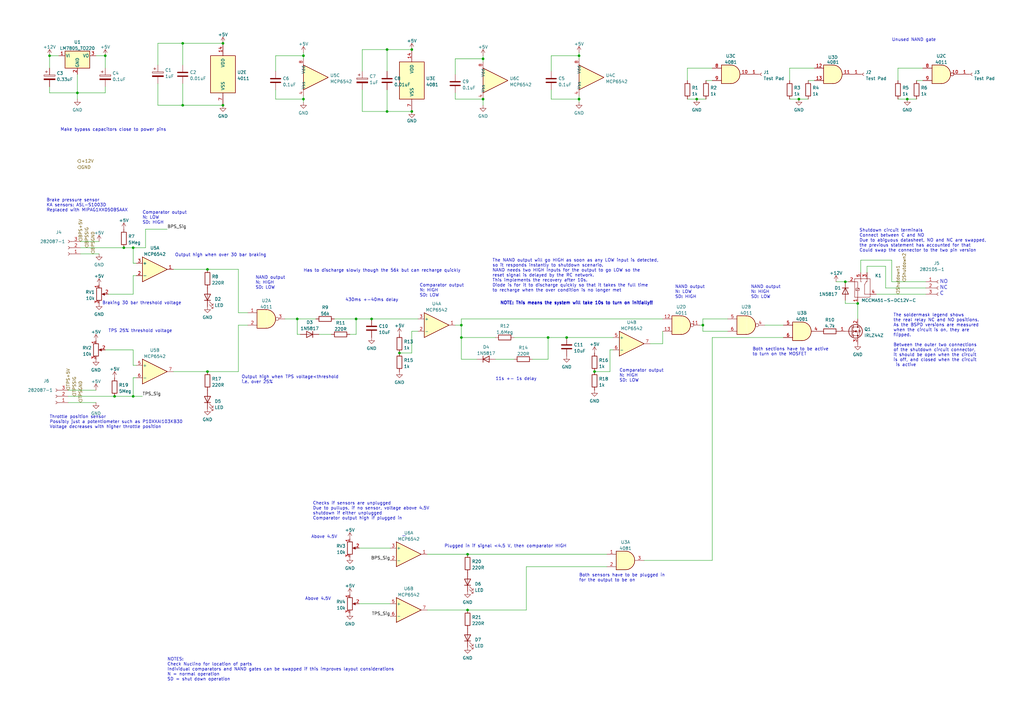
<source format=kicad_sch>
(kicad_sch (version 20211123) (generator eeschema)
  (paper "A3")
  (lib_symbols
    (symbol "4xxx:4011" (pin_names (offset 1.016))
      (property "Reference" "U" (at 0 1.27 0))
      (property "Value" "4011" (at 0 -1.27 0))
      (symbol "4011_1_1"
        (pin input line (at -7.62 2.54 0) (length 3.81) (name "~") (number "1"))
        (pin input line (at -7.62 -2.54 0) (length 3.81) (name "~") (number "2"))
        (pin output inverted (at 7.62 0 180) (length 3.81) (name "~") (number "3"))
      )
      (symbol "4011_1_2"
        (pin input inverted (at -7.62 2.54 0) (length 4.318) (name "~") (number "1"))
        (pin input inverted (at -7.62 -2.54 0) (length 4.318) (name "~") (number "2"))
        (pin output line (at 7.62 0 180) (length 3.81) (name "~") (number "3"))
      )
      (symbol "4011_2_1"
        (pin output inverted (at 7.62 0 180) (length 3.81) (name "~") (number "4"))
        (pin input line (at -7.62 2.54 0) (length 3.81) (name "~") (number "5"))
        (pin input line (at -7.62 -2.54 0) (length 3.81) (name "~") (number "6"))
      )
      (symbol "4011_2_2"
        (pin output line (at 7.62 0 180) (length 3.81) (name "~") (number "4"))
        (pin input inverted (at -7.62 2.54 0) (length 4.318) (name "~") (number "5"))
        (pin input inverted (at -7.62 -2.54 0) (length 4.318) (name "~") (number "6"))
      )
      (symbol "4011_3_1"
        (pin output inverted (at 7.62 0 180) (length 3.81) (name "~") (number "10"))
        (pin input line (at -7.62 2.54 0) (length 3.81) (name "~") (number "8"))
        (pin input line (at -7.62 -2.54 0) (length 3.81) (name "~") (number "9"))
      )
      (symbol "4011_3_2"
        (pin output line (at 7.62 0 180) (length 3.81) (name "~") (number "10"))
        (pin input inverted (at -7.62 2.54 0) (length 4.318) (name "~") (number "8"))
        (pin input inverted (at -7.62 -2.54 0) (length 4.318) (name "~") (number "9"))
      )
      (symbol "4011_4_1"
        (pin output inverted (at 7.62 0 180) (length 3.81) (name "~") (number "11"))
        (pin input line (at -7.62 2.54 0) (length 3.81) (name "~") (number "12"))
        (pin input line (at -7.62 -2.54 0) (length 3.81) (name "~") (number "13"))
      )
      (symbol "4011_4_2"
        (pin output line (at 7.62 0 180) (length 3.81) (name "~") (number "11"))
        (pin input inverted (at -7.62 2.54 0) (length 4.318) (name "~") (number "12"))
        (pin input inverted (at -7.62 -2.54 0) (length 4.318) (name "~") (number "13"))
      )
      (symbol "4011_5_0"
        (pin power_in line (at 0 12.7 270) (length 5.08) (name "VDD") (number "14"))
        (pin power_in line (at 0 -12.7 90) (length 5.08) (name "VSS") (number "7"))
      )
    )
    (symbol "4xxx:4081" (pin_names (offset 1.016))
      (property "Reference" "U" (at 0 1.27 0))
      (property "Value" "4081" (at 0 -1.27 0))
      (symbol "4081_1_1"
        (pin input line (at -7.62 2.54 0) (length 3.81) (name "~") (number "1"))
        (pin input line (at -7.62 -2.54 0) (length 3.81) (name "~") (number "2"))
        (pin output line (at 7.62 0 180) (length 3.81) (name "~") (number "3"))
      )
      (symbol "4081_1_2"
        (pin input inverted (at -7.62 2.54 0) (length 4.318) (name "~") (number "1"))
        (pin input inverted (at -7.62 -2.54 0) (length 4.318) (name "~") (number "2"))
        (pin output inverted (at 7.62 0 180) (length 3.81) (name "~") (number "3"))
      )
      (symbol "4081_2_1"
        (pin output line (at 7.62 0 180) (length 3.81) (name "~") (number "4"))
        (pin input line (at -7.62 2.54 0) (length 3.81) (name "~") (number "5"))
        (pin input line (at -7.62 -2.54 0) (length 3.81) (name "~") (number "6"))
      )
      (symbol "4081_2_2"
        (pin output inverted (at 7.62 0 180) (length 3.81) (name "~") (number "4"))
        (pin input inverted (at -7.62 2.54 0) (length 4.318) (name "~") (number "5"))
        (pin input inverted (at -7.62 -2.54 0) (length 4.318) (name "~") (number "6"))
      )
      (symbol "4081_3_1"
        (pin output line (at 7.62 0 180) (length 3.81) (name "~") (number "10"))
        (pin input line (at -7.62 2.54 0) (length 3.81) (name "~") (number "8"))
        (pin input line (at -7.62 -2.54 0) (length 3.81) (name "~") (number "9"))
      )
      (symbol "4081_3_2"
        (pin output inverted (at 7.62 0 180) (length 3.81) (name "~") (number "10"))
        (pin input inverted (at -7.62 2.54 0) (length 4.318) (name "~") (number "8"))
        (pin input inverted (at -7.62 -2.54 0) (length 4.318) (name "~") (number "9"))
      )
      (symbol "4081_4_1"
        (pin output line (at 7.62 0 180) (length 3.81) (name "~") (number "11"))
        (pin input line (at -7.62 2.54 0) (length 3.81) (name "~") (number "12"))
        (pin input line (at -7.62 -2.54 0) (length 3.81) (name "~") (number "13"))
      )
      (symbol "4081_4_2"
        (pin output inverted (at 7.62 0 180) (length 3.81) (name "~") (number "11"))
        (pin input inverted (at -7.62 2.54 0) (length 4.318) (name "~") (number "12"))
        (pin input inverted (at -7.62 -2.54 0) (length 4.318) (name "~") (number "13"))
      )
      (symbol "4081_5_0"
        (pin power_in line (at 0 12.7 270) (length 5.08) (name "VDD") (number "14"))
        (pin power_in line (at 0 -12.7 90) (length 5.08) (name "VSS") (number "7"))
      )
    )
    (symbol "Additional_Components:MCP6542" (pin_names (offset 0.127))
      (property "Reference" "U" (at 0 5.08 0))
      (property "Value" "MCP6542" (at 0 -5.08 0))
      (symbol "MCP6542_1_1"
        (pin output line (at 7.62 0 180) (length 2.54) (name "~") (number "1"))
        (pin input line (at -7.62 -2.54 0) (length 2.54) (name "-") (number "2"))
        (pin input line (at -7.62 2.54 0) (length 2.54) (name "+") (number "3"))
      )
      (symbol "MCP6542_2_1"
        (pin input line (at -7.62 2.54 0) (length 2.54) (name "+") (number "5"))
        (pin input line (at -7.62 -2.54 0) (length 2.54) (name "-") (number "6"))
        (pin output line (at 7.62 0 180) (length 2.54) (name "~") (number "7"))
      )
      (symbol "MCP6542_3_1"
        (pin power_in line (at -5.08 -7.62 90) (length 2.54) (name "Vss") (number "4"))
        (pin power_in line (at -5.08 7.62 270) (length 2.54) (name "Vdd") (number "8"))
      )
    )
    (symbol "Additional_Components:Relay" (pin_names (offset 1.016))
      (property "Reference" "K" (at -2.54 5.08 0))
      (property "Value" "Relay" (at 1.27 -3.81 0))
      (symbol "Relay_1_1"
        (pin bidirectional line (at 6.35 -1.27 180) (length 2.54) (name "~") (number "1"))
        (pin bidirectional line (at -2.54 -5.08 90) (length 2.54) (name "~") (number "2"))
        (pin bidirectional line (at -6.35 2.54 0) (length 2.54) (name "~") (number "3"))
        (pin bidirectional line (at 2.54 6.35 270) (length 2.54) (name "~") (number "4"))
        (pin bidirectional line (at -6.35 0 0) (length 2.54) (name "~") (number "5"))
      )
    )
    (symbol "Connector:Conn_01x01_Female" (pin_names (offset 1.016) hide)
      (property "Reference" "J" (at 0 2.54 0))
      (property "Value" "Conn_01x01_Female" (at 0 -2.54 0))
      (symbol "Conn_01x01_Female_1_1"
        (pin passive line (at -5.08 0 0) (length 3.81) (name "Pin_1") (number "1"))
      )
    )
    (symbol "Connector:Conn_01x03_Female" (pin_names (offset 1.016) hide)
      (property "Reference" "J" (at 0 5.08 0))
      (property "Value" "Conn_01x03_Female" (at 0 -5.08 0))
      (symbol "Conn_01x03_Female_1_1"
        (pin passive line (at -5.08 2.54 0) (length 3.81) (name "Pin_1") (number "1"))
        (pin passive line (at -5.08 0 0) (length 3.81) (name "Pin_2") (number "2"))
        (pin passive line (at -5.08 -2.54 0) (length 3.81) (name "Pin_3") (number "3"))
      )
    )
    (symbol "Device:C" (pin_numbers hide) (pin_names (offset 0.254))
      (property "Reference" "C" (at 0.635 2.54 0))
      (property "Value" "C" (at 0.635 -2.54 0))
      (symbol "C_1_1"
        (pin passive line (at 0 3.81 270) (length 2.794) (name "~") (number "1"))
        (pin passive line (at 0 -3.81 90) (length 2.794) (name "~") (number "2"))
      )
    )
    (symbol "Device:C_Polarized" (pin_numbers hide) (pin_names (offset 0.254))
      (property "Reference" "C" (at 0.635 2.54 0))
      (property "Value" "C_Polarized" (at 0.635 -2.54 0))
      (symbol "C_Polarized_1_1"
        (pin passive line (at 0 3.81 270) (length 2.794) (name "~") (number "1"))
        (pin passive line (at 0 -3.81 90) (length 2.794) (name "~") (number "2"))
      )
    )
    (symbol "Device:LED" (pin_numbers hide) (pin_names (offset 1.016) hide)
      (property "Reference" "D" (at 0 2.54 0))
      (property "Value" "LED" (at 0 -2.54 0))
      (symbol "LED_1_1"
        (pin passive line (at -3.81 0 0) (length 2.54) (name "K") (number "1"))
        (pin passive line (at 3.81 0 180) (length 2.54) (name "A") (number "2"))
      )
    )
    (symbol "Device:R" (pin_numbers hide) (pin_names (offset 0))
      (property "Reference" "R" (at 2.032 0 90))
      (property "Value" "R" (at 0 0 90))
      (symbol "R_1_1"
        (pin passive line (at 0 3.81 270) (length 1.27) (name "~") (number "1"))
        (pin passive line (at 0 -3.81 90) (length 1.27) (name "~") (number "2"))
      )
    )
    (symbol "Device:R_Potentiometer" (pin_names (offset 1.016) hide)
      (property "Reference" "RV" (at -4.445 0 90))
      (property "Value" "R_Potentiometer" (at -2.54 0 90))
      (symbol "R_Potentiometer_1_1"
        (pin passive line (at 0 3.81 270) (length 1.27) (name "1") (number "1"))
        (pin passive line (at 3.81 0 180) (length 1.27) (name "2") (number "2"))
        (pin passive line (at 0 -3.81 90) (length 1.27) (name "3") (number "3"))
      )
    )
    (symbol "Diode:1N4001" (pin_numbers hide) (pin_names (offset 1.016) hide)
      (property "Reference" "D" (at 0 2.54 0))
      (property "Value" "1N4001" (at 0 -2.54 0))
      (symbol "1N4001_1_1"
        (pin passive line (at -3.81 0 0) (length 2.54) (name "K") (number "1"))
        (pin passive line (at 3.81 0 180) (length 2.54) (name "A") (number "2"))
      )
    )
    (symbol "Regulator_Linear:LM7805_TO220" (pin_names (offset 0.254))
      (property "Reference" "U" (at -3.81 3.175 0))
      (property "Value" "LM7805_TO220" (at 0 3.175 0))
      (symbol "LM7805_TO220_1_1"
        (pin power_in line (at -7.62 0 0) (length 2.54) (name "VI") (number "1"))
        (pin power_in line (at 0 -7.62 90) (length 2.54) (name "GND") (number "2"))
        (pin power_out line (at 7.62 0 180) (length 2.54) (name "VO") (number "3"))
      )
    )
    (symbol "Transistor_FET:IRLZ44N" (pin_names hide)
      (property "Reference" "Q" (at 6.35 1.905 0))
      (property "Value" "IRLZ44N" (at 6.35 0 0))
      (symbol "IRLZ44N_1_1"
        (pin input line (at -5.08 0 0) (length 2.54) (name "G") (number "1"))
        (pin passive line (at 2.54 5.08 270) (length 2.54) (name "D") (number "2"))
        (pin passive line (at 2.54 -5.08 90) (length 2.54) (name "S") (number "3"))
      )
    )
    (symbol "power:+12V" (power) (pin_names (offset 0))
      (property "Value" "+12V" (at 0 3.556 0))
      (symbol "+12V_1_1"
        (pin power_in line (at 0 0 90) (length 0) hide (name "+12V") (number "1"))
      )
    )
    (symbol "power:+5V" (power) (pin_names (offset 0))
      (property "Value" "+5V" (at 0 3.556 0))
      (symbol "+5V_1_1"
        (pin power_in line (at 0 0 90) (length 0) hide (name "+5V") (number "1"))
      )
    )
    (symbol "power:GND" (power) (pin_names (offset 0))
      (property "Value" "GND" (at 0 -3.81 0))
      (symbol "GND_1_1"
        (pin power_in line (at 0 0 270) (length 0) hide (name "GND") (number "1"))
      )
    )
  )
  (junction (at 189.23 138.43))
  (junction (at 189.23 133.35))
  (junction (at 20.32 22.86))
  (junction (at 198.12 40.64))
  (junction (at 327.66 40.64))
  (junction (at 31.75 38.1))
  (junction (at 237.49 22.86))
  (junction (at 372.11 40.64))
  (junction (at 124.46 40.64))
  (junction (at 152.4 130.81))
  (junction (at 168.91 45.72))
  (junction (at 46.99 162.56))
  (junction (at 288.29 133.35))
  (junction (at 198.12 24.13))
  (junction (at 158.75 45.72))
  (junction (at 163.83 144.78))
  (junction (at 91.44 43.18))
  (junction (at 285.75 40.64))
  (junction (at 85.09 110.49))
  (junction (at 351.79 124.46))
  (junction (at 85.09 152.4))
  (junction (at 43.18 22.86))
  (junction (at 243.84 152.4))
  (junction (at 346.71 115.57))
  (junction (at 74.93 17.78))
  (junction (at 146.05 130.81))
  (junction (at 224.79 138.43))
  (junction (at 121.92 130.81))
  (junction (at 168.91 20.32))
  (junction (at 54.61 101.6))
  (junction (at 232.41 138.43))
  (junction (at 158.75 20.32))
  (junction (at 91.44 17.78))
  (junction (at 74.93 43.18))
  (junction (at 191.77 227.33))
  (junction (at 191.77 250.19))
  (junction (at 54.61 162.56))
  (junction (at 237.49 40.64))
  (junction (at 50.8 101.6))
  (junction (at 124.46 22.86))
  (wire (pts (xy 346.71 115.57) (xy 347.98 115.57)))
  (wire (pts (xy 148.59 36.83) (xy 148.59 45.72)))
  (wire (pts (xy 74.93 17.78) (xy 64.77 17.78)))
  (wire (pts (xy 146.05 130.81) (xy 146.05 137.16)))
  (wire (pts (xy 33.02 104.14) (xy 40.64 104.14)))
  (wire (pts (xy 54.61 149.86) (xy 55.88 149.86)))
  (wire (pts (xy 121.92 130.81) (xy 129.54 130.81)))
  (wire (pts (xy 198.12 22.86) (xy 198.12 24.13)))
  (wire (pts (xy 113.03 40.64) (xy 124.46 40.64)))
  (wire (pts (xy 33.02 99.06) (xy 40.64 99.06)))
  (wire (pts (xy 168.91 135.89) (xy 171.45 135.89)))
  (wire (pts (xy 91.44 17.78) (xy 74.93 17.78)))
  (wire (pts (xy 264.16 229.87) (xy 292.1 229.87)))
  (wire (pts (xy 124.46 22.86) (xy 124.46 24.13)))
  (wire (pts (xy 124.46 21.59) (xy 124.46 22.86)))
  (wire (pts (xy 20.32 38.1) (xy 31.75 38.1)))
  (wire (pts (xy 346.71 123.19) (xy 346.71 124.46)))
  (wire (pts (xy 147.32 224.79) (xy 160.02 224.79)))
  (wire (pts (xy 287.02 133.35) (xy 288.29 133.35)))
  (wire (pts (xy 226.06 29.21) (xy 226.06 22.86)))
  (wire (pts (xy 218.44 147.32) (xy 224.79 147.32)))
  (wire (pts (xy 323.85 27.94) (xy 334.01 27.94)))
  (wire (pts (xy 97.79 133.35) (xy 101.6 133.35)))
  (wire (pts (xy 346.71 124.46) (xy 351.79 124.46)))
  (wire (pts (xy 226.06 40.64) (xy 237.49 40.64)))
  (wire (pts (xy 113.03 22.86) (xy 124.46 22.86)))
  (wire (pts (xy 215.9 232.41) (xy 215.9 250.19)))
  (wire (pts (xy 39.37 22.86) (xy 43.18 22.86)))
  (wire (pts (xy 130.81 137.16) (xy 135.89 137.16)))
  (wire (pts (xy 43.18 35.56) (xy 43.18 38.1)))
  (wire (pts (xy 146.05 130.81) (xy 152.4 130.81)))
  (wire (pts (xy 163.83 144.78) (xy 168.91 144.78)))
  (wire (pts (xy 116.84 130.81) (xy 121.92 130.81)))
  (wire (pts (xy 365.76 115.57) (xy 379.73 115.57)))
  (wire (pts (xy 298.45 135.89) (xy 288.29 135.89)))
  (wire (pts (xy 355.6 111.76) (xy 355.6 109.22)))
  (wire (pts (xy 54.61 162.56) (xy 58.42 162.56)))
  (wire (pts (xy 20.32 35.56) (xy 20.32 38.1)))
  (wire (pts (xy 33.02 101.6) (xy 50.8 101.6)))
  (wire (pts (xy 224.79 138.43) (xy 232.41 138.43)))
  (wire (pts (xy 64.77 34.29) (xy 64.77 43.18)))
  (wire (pts (xy 198.12 40.64) (xy 198.12 43.18)))
  (wire (pts (xy 27.94 160.02) (xy 39.37 160.02)))
  (wire (pts (xy 237.49 21.59) (xy 237.49 22.86)))
  (wire (pts (xy 215.9 232.41) (xy 248.92 232.41)))
  (wire (pts (xy 74.93 34.29) (xy 74.93 43.18)))
  (wire (pts (xy 74.93 43.18) (xy 91.44 43.18)))
  (wire (pts (xy 372.11 40.64) (xy 375.92 40.64)))
  (wire (pts (xy 266.7 140.97) (xy 271.78 140.97)))
  (wire (pts (xy 71.12 110.49) (xy 85.09 110.49)))
  (wire (pts (xy 342.9 115.57) (xy 346.71 115.57)))
  (wire (pts (xy 148.59 20.32) (xy 148.59 29.21)))
  (wire (pts (xy 137.16 130.81) (xy 146.05 130.81)))
  (wire (pts (xy 191.77 250.19) (xy 215.9 250.19)))
  (wire (pts (xy 158.75 36.83) (xy 158.75 45.72)))
  (wire (pts (xy 237.49 22.86) (xy 237.49 24.13)))
  (wire (pts (xy 288.29 130.81) (xy 298.45 130.81)))
  (wire (pts (xy 375.92 33.02) (xy 378.46 33.02)))
  (wire (pts (xy 359.41 120.65) (xy 379.73 120.65)))
  (wire (pts (xy 31.75 38.1) (xy 43.18 38.1)))
  (wire (pts (xy 27.94 162.56) (xy 46.99 162.56)))
  (wire (pts (xy 158.75 20.32) (xy 158.75 29.21)))
  (wire (pts (xy 365.76 106.68) (xy 353.06 106.68)))
  (wire (pts (xy 175.26 227.33) (xy 191.77 227.33)))
  (wire (pts (xy 232.41 138.43) (xy 251.46 138.43)))
  (wire (pts (xy 24.13 22.86) (xy 20.32 22.86)))
  (wire (pts (xy 323.85 40.64) (xy 327.66 40.64)))
  (wire (pts (xy 124.46 39.37) (xy 124.46 40.64)))
  (wire (pts (xy 288.29 133.35) (xy 288.29 135.89)))
  (wire (pts (xy 226.06 22.86) (xy 237.49 22.86)))
  (wire (pts (xy 121.92 130.81) (xy 121.92 137.16)))
  (wire (pts (xy 168.91 45.72) (xy 158.75 45.72)))
  (wire (pts (xy 313.69 133.35) (xy 321.31 133.35)))
  (wire (pts (xy 31.75 30.48) (xy 31.75 38.1)))
  (wire (pts (xy 189.23 130.81) (xy 189.23 133.35)))
  (wire (pts (xy 189.23 133.35) (xy 189.23 138.43)))
  (wire (pts (xy 59.69 93.98) (xy 68.58 93.98)))
  (wire (pts (xy 281.94 27.94) (xy 281.94 33.02)))
  (wire (pts (xy 198.12 24.13) (xy 198.12 25.4)))
  (wire (pts (xy 64.77 17.78) (xy 64.77 26.67)))
  (wire (pts (xy 355.6 109.22) (xy 363.22 109.22)))
  (wire (pts (xy 368.3 40.64) (xy 372.11 40.64)))
  (wire (pts (xy 54.61 101.6) (xy 54.61 107.95)))
  (wire (pts (xy 43.18 143.51) (xy 54.61 143.51)))
  (wire (pts (xy 31.75 38.1) (xy 31.75 40.64)))
  (wire (pts (xy 353.06 106.68) (xy 353.06 111.76)))
  (wire (pts (xy 20.32 22.86) (xy 20.32 27.94)))
  (wire (pts (xy 226.06 36.83) (xy 226.06 40.64)))
  (wire (pts (xy 186.69 40.64) (xy 198.12 40.64)))
  (wire (pts (xy 175.26 250.19) (xy 191.77 250.19)))
  (wire (pts (xy 143.51 137.16) (xy 146.05 137.16)))
  (wire (pts (xy 158.75 20.32) (xy 168.91 20.32)))
  (wire (pts (xy 54.61 143.51) (xy 54.61 149.86)))
  (wire (pts (xy 186.69 24.13) (xy 198.12 24.13)))
  (wire (pts (xy 288.29 133.35) (xy 288.29 130.81)))
  (wire (pts (xy 289.56 33.02) (xy 292.1 33.02)))
  (wire (pts (xy 27.94 165.1) (xy 39.37 165.1)))
  (wire (pts (xy 54.61 154.94) (xy 54.61 162.56)))
  (wire (pts (xy 363.22 118.11) (xy 363.22 109.22)))
  (wire (pts (xy 97.79 110.49) (xy 97.79 128.27)))
  (wire (pts (xy 285.75 40.64) (xy 289.56 40.64)))
  (wire (pts (xy 97.79 152.4) (xy 97.79 133.35)))
  (wire (pts (xy 250.19 152.4) (xy 250.19 143.51)))
  (wire (pts (xy 321.31 138.43) (xy 292.1 138.43)))
  (wire (pts (xy 224.79 138.43) (xy 224.79 147.32)))
  (wire (pts (xy 189.23 138.43) (xy 203.2 138.43)))
  (polyline (pts (xy 165.1 219.71) (xy 166.37 219.71)))
  (wire (pts (xy 113.03 36.83) (xy 113.03 40.64)))
  (wire (pts (xy 292.1 138.43) (xy 292.1 229.87)))
  (wire (pts (xy 152.4 130.81) (xy 171.45 130.81)))
  (wire (pts (xy 237.49 39.37) (xy 237.49 40.64)))
  (wire (pts (xy 54.61 113.03) (xy 54.61 120.65)))
  (wire (pts (xy 85.09 152.4) (xy 97.79 152.4)))
  (wire (pts (xy 250.19 143.51) (xy 251.46 143.51)))
  (wire (pts (xy 327.66 40.64) (xy 331.47 40.64)))
  (wire (pts (xy 191.77 227.33) (xy 248.92 227.33)))
  (wire (pts (xy 168.91 144.78) (xy 168.91 135.89)))
  (wire (pts (xy 85.09 110.49) (xy 97.79 110.49)))
  (wire (pts (xy 203.2 147.32) (xy 210.82 147.32)))
  (wire (pts (xy 281.94 27.94) (xy 292.1 27.94)))
  (wire (pts (xy 271.78 140.97) (xy 271.78 135.89)))
  (wire (pts (xy 158.75 20.32) (xy 148.59 20.32)))
  (wire (pts (xy 237.49 40.64) (xy 237.49 41.91)))
  (wire (pts (xy 271.78 130.81) (xy 189.23 130.81)))
  (wire (pts (xy 50.8 101.6) (xy 54.61 101.6)))
  (wire (pts (xy 186.69 133.35) (xy 189.23 133.35)))
  (wire (pts (xy 186.69 38.1) (xy 186.69 40.64)))
  (wire (pts (xy 71.12 152.4) (xy 85.09 152.4)))
  (wire (pts (xy 148.59 45.72) (xy 158.75 45.72)))
  (wire (pts (xy 189.23 147.32) (xy 195.58 147.32)))
  (wire (pts (xy 189.23 138.43) (xy 189.23 147.32)))
  (wire (pts (xy 379.73 118.11) (xy 363.22 118.11)))
  (wire (pts (xy 323.85 27.94) (xy 323.85 33.02)))
  (wire (pts (xy 43.18 22.86) (xy 43.18 27.94)))
  (wire (pts (xy 64.77 43.18) (xy 74.93 43.18)))
  (wire (pts (xy 368.3 27.94) (xy 378.46 27.94)))
  (wire (pts (xy 46.99 162.56) (xy 54.61 162.56)))
  (wire (pts (xy 54.61 113.03) (xy 55.88 113.03)))
  (wire (pts (xy 331.47 33.02) (xy 334.01 33.02)))
  (wire (pts (xy 123.19 137.16) (xy 121.92 137.16)))
  (wire (pts (xy 54.61 101.6) (xy 59.69 101.6)))
  (wire (pts (xy 74.93 17.78) (xy 74.93 26.67)))
  (wire (pts (xy 243.84 152.4) (xy 250.19 152.4)))
  (wire (pts (xy 113.03 29.21) (xy 113.03 22.86)))
  (wire (pts (xy 351.79 124.46) (xy 351.79 130.81)))
  (wire (pts (xy 54.61 107.95) (xy 55.88 107.95)))
  (wire (pts (xy 186.69 30.48) (xy 186.69 24.13)))
  (wire (pts (xy 147.32 247.65) (xy 160.02 247.65)))
  (wire (pts (xy 44.45 120.65) (xy 54.61 120.65)))
  (wire (pts (xy 59.69 101.6) (xy 59.69 93.98)))
  (wire (pts (xy 281.94 40.64) (xy 285.75 40.64)))
  (wire (pts (xy 210.82 138.43) (xy 224.79 138.43)))
  (wire (pts (xy 368.3 27.94) (xy 368.3 33.02)))
  (wire (pts (xy 124.46 40.64) (xy 124.46 41.91)))
  (wire (pts (xy 365.76 115.57) (xy 365.76 106.68)))
  (wire (pts (xy 54.61 154.94) (xy 55.88 154.94)))
  (wire (pts (xy 97.79 128.27) (xy 101.6 128.27)))
  (text "NOTE: This means the system will take 10s to turn on initially!!" (at 205.105 125.095 0) (effects (font (size 1.27 1.27) (thickness 0.254) bold) (justify left bottom)))
  (text "Make bypass capacitors close to power pins" (at 24.765 53.975 0) (effects (font (size 1.27 1.27)) (justify left bottom)))
  (text "NO\nNC\nC\n" (at 385.445 121.285 0) (effects (font (size 1.5 1.5)) (justify left bottom)))
  (text "Comparator output\nN: LOW\nSD: HIGH\n" (at 58.42 92.075 0) (effects (font (size 1.27 1.27)) (justify left bottom)))
  (text "Unused NAND gate\n" (at 365.76 17.145 0) (effects (font (size 1.27 1.27)) (justify left bottom)))
  (text "Output high when over 30 bar braking\n" (at 71.755 105.41 0) (effects (font (size 1.27 1.27)) (justify left bottom)))
  (text "Both sections have to be active\nto turn on the MOSFET\n" (at 308.61 146.05 0) (effects (font (size 1.27 1.27)) (justify left bottom)))
  (text "NAND output\nN: HIGH\nSD: LOW" (at 307.975 122.555 0) (effects (font (size 1.27 1.27)) (justify left bottom)))
  (text "The soldermask legend shows \nthe real relay NC and NO positions.\nAs the BSPD versions are measured \nwhen the circuit is on, they are \nflipped.\n\nBetween the outer two connections\nof the shutdown circuit connector,\nit should be open when the circuit \nis off, and closed when the circuit\n is active" (at 366.395 150.495 0) (effects (font (size 1.27 1.27)) (justify left bottom)))
  (text "Braking 30 bar threshold voltage\n" (at 41.91 125.095 0) (effects (font (size 1.27 1.27)) (justify left bottom)))
  (text "TPS 25% threshold voltage" (at 44.45 136.525 0) (effects (font (size 1.27 1.27)) (justify left bottom)))
  (text "430ms +-40ms delay" (at 141.605 123.825 0) (effects (font (size 1.27 1.27)) (justify left bottom)))
  (text "Both sensors have to be plugged in\nfor the output to be on" (at 237.49 238.76 0) (effects (font (size 1.27 1.27)) (justify left bottom)))
  (text "Shutdown circuit terminals\nConnect between C and NO\nDue to abiguous datasheet, NO and NC are swapped,\nthe previous statement has accounted for that\nCould swap the connector to the two pin version" (at 352.425 103.505 0) (effects (font (size 1.27 1.27)) (justify left bottom)))
  (text "Comparator output\nN: HIGH\nSD: LOW" (at 254 156.845 0) (effects (font (size 1.27 1.27)) (justify left bottom)))
  (text "Comparator output\nN: HIGH\nSD: LOW\n" (at 172.085 121.92 0) (effects (font (size 1.27 1.27)) (justify left bottom)))
  (text "Output high when TPS voltage<threshold\ni.e. over 25%" (at 99.06 157.48 0) (effects (font (size 1.27 1.27)) (justify left bottom)))
  (text "Above 4.5V" (at 125.095 246.38 0) (effects (font (size 1.27 1.27)) (justify left bottom)))
  (text "Brake pressure sensor\nKA sensors: ASL-S1003D\nReplaced with MIPAG1XX050BSAAX" (at 19.05 86.995 0) (effects (font (size 1.27 1.27)) (justify left bottom)))
  (text "NAND output\nN: HIGH\nSD: LOW" (at 104.775 118.745 0) (effects (font (size 1.27 1.27)) (justify left bottom)))
  (text "Above 4.5V" (at 127.635 220.98 0) (effects (font (size 1.27 1.27)) (justify left bottom)))
  (text "NAND output\nN: LOW\nSD: HIGH" (at 276.86 122.555 0) (effects (font (size 1.27 1.27)) (justify left bottom)))
  (text "Has to discharge slowly though the 56k but can recharge quickly" (at 124.46 111.76 0) (effects (font (size 1.27 1.27)) (justify left bottom)))
  (text "Checks if sensors are unplugged\nDue to pullups, if no sensor, voltage above 4.5V\nshutdown if either unplugged\nComparator output high if plugged in" (at 128.27 213.36 0) (effects (font (size 1.27 1.27)) (justify left bottom)))
  (text "The NAND output will go HIGH as soon as any LOW input is detected,\nso it responds instantly to shutdown scenario.\nNAND needs two HIGH inputs for the output to go LOW so the \nreset signal is delayed by the RC network.\nThis implements the recovery after 10s.\nDiode is for it to discharge quickly so that it takes the full time\nto recharge when the over condition is no longer met\n\n" (at 201.93 121.92 0) (effects (font (size 1.27 1.27)) (justify left bottom)))
  (text "Throttle position sensor\nPossibly just a potentiometer such as P10XXAI103KB30\nVoltage decreases with higher throttle position" (at 20.32 175.895 0) (effects (font (size 1.27 1.27)) (justify left bottom)))
  (text "Plugged in if signal <4.5 V, then comparator HIGH\n" (at 182.245 224.79 0) (effects (font (size 1.27 1.27)) (justify left bottom)))
  (text "NOTES:\nCheck Nuclino for location of parts\nIndividual comparators and NAND gates can be swapped if this improves layout considerations\nN = normal operation\nSD = shut down operation" (at 68.58 279.4 0) (effects (font (size 1.27 1.27)) (justify left bottom)))
  (text "11s +- 1s delay" (at 203.2 156.21 0) (effects (font (size 1.27 1.27)) (justify left bottom)))
  (label "TPS_Sig" (at 58.42 162.56 0))
  (label "TPS_Sig" (at 160.02 252.73 180))
  (label "BPS_Sig" (at 68.58 93.98 0))
  (label "BPS_Sig" (at 160.02 229.87 180))
  (hierarchical_label "TPS+5V" (shape input) (at 27.94 160.02 90))
  (hierarchical_label "TPSSIG" (shape input) (at 30.48 162.56 90))
  (hierarchical_label "Shutdown2" (shape input) (at 370.84 115.57 90))
  (hierarchical_label "TPSGND" (shape input) (at 33.02 165.1 90))
  (hierarchical_label "BPSSIG" (shape input) (at 35.56 101.6 90))
  (hierarchical_label "Shutdown1" (shape input) (at 368.3 120.65 90))
  (hierarchical_label "BPS+5V" (shape input) (at 33.02 99.06 90))
  (hierarchical_label "GND" (shape input) (at 31.75 68.58 0))
  (hierarchical_label "+12V" (shape input) (at 31.75 66.04 0))
  (hierarchical_label "BPSGND" (shape input) (at 38.1 104.14 90))
  (symbol (lib_id "Device:R") (at 323.85 36.83 0) (unit 1)
    (property "Reference" "R3" (at 325.628 35.9953 0) (effects (justify left)))
    (property "Value" "1k" (at 325.628 38.5322 0) (effects (justify left)))
    (property "Footprint" "Resistor_THT:R_Axial_DIN0207_L6.3mm_D2.5mm_P7.62mm_Horizontal" (effects hide))
  )
  (symbol (lib_id "power:GND") (at 40.64 104.14 0) (unit 1)
    (property "Reference" "#PWR019" (effects hide))
    (property "Value" "GND" (at 40.64 108.5834 0))
  )
  (symbol (lib_id "power:GND") (at 39.37 147.32 0) (unit 1)
    (property "Reference" "#PWR030" (effects hide))
    (property "Value" "GND" (at 39.37 151.7634 0))
  )
  (symbol (lib_id "Device:C") (at 74.93 30.48 0) (unit 1)
    (property "Reference" "C2" (at 77.851 29.6453 0) (effects (justify left)))
    (property "Value" "0.01uF" (at 77.851 32.1822 0) (effects (justify left)))
    (property "Footprint" "Capacitor_THT:C_Disc_D6.0mm_W2.5mm_P5.00mm" (effects hide))
  )
  (symbol (lib_id "power:+12V") (at 342.9 115.57 0) (unit 1)
    (property "Reference" "#PWR020" (effects hide))
    (property "Value" "+12V" (at 342.9 111.9942 0))
  )
  (symbol (lib_id "Device:R") (at 191.77 254 180) (unit 1)
    (property "Reference" "R21" (at 193.548 253.1653 0) (effects (justify right)))
    (property "Value" "220R" (at 193.548 255.7022 0) (effects (justify right)))
    (property "Footprint" "Resistor_THT:R_Axial_DIN0207_L6.3mm_D2.5mm_P7.62mm_Horizontal" (effects hide))
  )
  (symbol (lib_id "4xxx:4081") (at 299.72 30.48 0) (unit 3)
    (property "Reference" "U3" (at 299.72 22.9702 0))
    (property "Value" "4081" (at 299.72 25.5071 0))
    (property "Footprint" "Package_DIP:DIP-14_W7.62mm_LongPads" (effects hide))
    (property "Datasheet" "http://www.intersil.com/content/dam/Intersil/documents/cd40/cd4073bms-81bms-82bms.pdf" (effects hide))
  )
  (symbol (lib_id "power:GND") (at 243.84 160.02 0) (unit 1)
    (property "Reference" "#PWR034" (effects hide))
    (property "Value" "GND" (at 243.84 164.4634 0))
  )
  (symbol (lib_id "Connector:Conn_01x03_Female") (at 384.81 118.11 0) (unit 1)
    (property "Reference" "J5" (at 384.175 107.95 0))
    (property "Value" "282105-1" (at 382.27 110.49 0))
    (property "Footprint" "Additional Footprints:3 pin flying lead" (effects hide))
    (property "Datasheet" "https://www.te.com/usa-en/product-282105-1.datasheet.pdf" (effects hide))
  )
  (symbol (lib_id "power:GND") (at 372.11 40.64 0) (unit 1)
    (property "Reference" "#PWR011" (effects hide))
    (property "Value" "GND" (at 372.11 45.0834 0))
  )
  (symbol (lib_id "Device:R") (at 163.83 140.97 0) (unit 1)
    (property "Reference" "R13" (at 165.608 140.1353 0) (effects (justify left)))
    (property "Value" "1k" (at 165.608 142.6722 0) (effects (justify left)))
    (property "Footprint" "Resistor_THT:R_Axial_DIN0207_L6.3mm_D2.5mm_P7.62mm_Horizontal" (effects hide))
  )
  (symbol (lib_id "Connector:Conn_01x03_Female") (at 22.86 162.56 180) (unit 1)
    (property "Reference" "J6" (at 19.05 156.21 0))
    (property "Value" "282087-1" (at 16.51 160.02 0))
    (property "Footprint" "Additional Footprints:3 pin flying lead" (effects hide))
    (property "Datasheet" "https://www.te.com/usa-en/product-282087-1.html" (effects hide))
  )
  (symbol (lib_id "Device:R") (at 133.35 130.81 90) (unit 1)
    (property "Reference" "R9" (at 133.35 126.0942 90))
    (property "Value" "56k" (at 133.35 128.6311 90))
    (property "Footprint" "Resistor_THT:R_Axial_DIN0207_L6.3mm_D2.5mm_P7.62mm_Horizontal" (effects hide))
  )
  (symbol (lib_id "power:+5V") (at 163.83 137.16 0) (unit 1)
    (property "Reference" "#PWR024" (effects hide))
    (property "Value" "+5V" (at 163.83 133.5842 0))
  )
  (symbol (lib_id "Additional_Components:Relay") (at 353.06 118.11 270) (unit 1)
    (property "Reference" "K1" (at 360.2308 113.0385 90))
    (property "Value" "MCCMA51-S-DC12V-C" (at 364.49 123.19 90))
    (property "Footprint" "Additional Footprints:MCCMA51-S-DC12V-C" (effects hide))
    (property "Datasheet" "https://www.farnell.com/datasheets/3169904.pdf" (effects hide))
  )
  (symbol (lib_id "power:+5V") (at 39.37 160.02 0) (unit 1)
    (property "Reference" "#PWR0103" (effects hide))
    (property "Value" "+5V" (at 39.37 156.4442 0))
  )
  (symbol (lib_id "Device:R") (at 139.7 137.16 90) (unit 1)
    (property "Reference" "R11" (at 139.7 132.4442 90))
    (property "Value" "220R" (at 139.7 134.9811 90))
    (property "Footprint" "Resistor_THT:R_Axial_DIN0207_L6.3mm_D2.5mm_P7.62mm_Horizontal" (effects hide))
  )
  (symbol (lib_id "power:GND") (at 152.4 138.43 0) (unit 1)
    (property "Reference" "#PWR025" (effects hide))
    (property "Value" "GND" (at 152.4 142.875 0))
  )
  (symbol (lib_id "Device:C") (at 158.75 33.02 0) (unit 1)
    (property "Reference" "C8" (at 161.671 32.1853 0) (effects (justify left)))
    (property "Value" "0.01uF" (at 161.671 34.7222 0) (effects (justify left)))
    (property "Footprint" "Capacitor_THT:C_Disc_D6.0mm_W2.5mm_P5.00mm" (effects hide))
  )
  (symbol (lib_id "power:GND") (at 351.79 140.97 0) (unit 1)
    (property "Reference" "#PWR027" (effects hide))
    (property "Value" "GND" (at 351.79 145.4134 0))
  )
  (symbol (lib_id "power:+5V") (at 168.91 20.32 0) (unit 1)
    (property "Reference" "#PWR02" (effects hide))
    (property "Value" "+5V" (at 168.91 16.7442 0))
  )
  (symbol (lib_id "Connector:Conn_01x01_Female") (at 398.78 30.48 0) (unit 1)
    (property "Reference" "J3" (at 399.4912 29.6453 0) (effects (justify left)))
    (property "Value" "Test Pad" (at 399.4912 32.1822 0) (effects (justify left)))
    (property "Footprint" "Additional Footprints:TestPad" (effects hide))
  )
  (symbol (lib_id "Device:R") (at 191.77 231.14 180) (unit 1)
    (property "Reference" "R20" (at 193.548 230.3053 0) (effects (justify right)))
    (property "Value" "220R" (at 193.548 232.8422 0) (effects (justify right)))
    (property "Footprint" "Resistor_THT:R_Axial_DIN0207_L6.3mm_D2.5mm_P7.62mm_Horizontal" (effects hide))
  )
  (symbol (lib_id "Diode:1N4001") (at 127 137.16 180) (unit 1)
    (property "Reference" "D3" (at 127 132.1902 0))
    (property "Value" "1N5817" (at 127 134.7271 0))
    (property "Footprint" "Diode_THT:D_DO-41_SOD81_P10.16mm_Horizontal" (effects hide))
    (property "Datasheet" "https://www.onsemi.com/pdf/datasheet/1n5817-d.pdf" (effects hide))
  )
  (symbol (lib_id "power:GND") (at 237.49 41.91 0) (unit 1)
    (property "Reference" "#PWR012" (effects hide))
    (property "Value" "GND" (at 237.49 46.3534 0))
  )
  (symbol (lib_id "power:GND") (at 91.44 43.18 0) (unit 1)
    (property "Reference" "#PWR014" (effects hide))
    (property "Value" "GND" (at 91.44 47.6234 0))
  )
  (symbol (lib_id "power:+12V") (at 20.32 22.86 0) (unit 1)
    (property "Reference" "#PWR05" (effects hide))
    (property "Value" "+12V" (at 20.32 19.2842 0))
  )
  (symbol (lib_id "Additional_Components:MCP6542") (at 179.07 133.35 0) (unit 1)
    (property "Reference" "U4" (at 179.07 124.5702 0))
    (property "Value" "MCP6542" (at 179.07 127.1071 0))
    (property "Footprint" "Package_DIP:DIP-8_W7.62mm_LongPads" (effects hide))
    (property "Datasheet" "https://ww1.microchip.com/downloads/aemDocuments/documents/APID/ProductDocuments/DataSheets/MCP6541OutputSubMicroampComparators20001696K.pdf" (effects hide))
  )
  (symbol (lib_id "power:+5V") (at 124.46 21.59 0) (unit 1)
    (property "Reference" "#PWR04" (effects hide))
    (property "Value" "+5V" (at 124.46 18.0142 0))
  )
  (symbol (lib_id "power:GND") (at 40.64 124.46 0) (unit 1)
    (property "Reference" "#PWR022" (effects hide))
    (property "Value" "GND" (at 40.64 128.9034 0))
  )
  (symbol (lib_id "power:GND") (at 163.83 152.4 0) (unit 1)
    (property "Reference" "#PWR031" (effects hide))
    (property "Value" "GND" (at 163.83 156.8434 0))
  )
  (symbol (lib_id "4xxx:4011") (at 386.08 30.48 0) (unit 3)
    (property "Reference" "U2" (at 386.08 22.9702 0))
    (property "Value" "4011" (at 386.08 25.5071 0))
    (property "Footprint" "Package_DIP:DIP-14_W7.62mm_LongPads" (effects hide))
    (property "Datasheet" "http://www.intersil.com/content/dam/Intersil/documents/cd40/cd4011bms-12bms-23bms.pdf" (effects hide))
  )
  (symbol (lib_id "Device:R") (at 281.94 36.83 0) (unit 1)
    (property "Reference" "R1" (at 283.718 35.9953 0) (effects (justify left)))
    (property "Value" "1k" (at 283.718 38.5322 0) (effects (justify left)))
    (property "Footprint" "Resistor_THT:R_Axial_DIN0207_L6.3mm_D2.5mm_P7.62mm_Horizontal" (effects hide))
  )
  (symbol (lib_id "Device:LED") (at 191.77 261.62 90) (unit 1)
    (property "Reference" "D7" (at 194.691 262.3728 90) (effects (justify right)))
    (property "Value" "LED" (at 194.691 264.9097 90) (effects (justify right)))
    (property "Footprint" "LED_THT:LED_D5.0mm" (effects hide))
  )
  (symbol (lib_id "Device:R") (at 50.8 97.79 180) (unit 1)
    (property "Reference" "R7" (at 52.578 96.9553 0) (effects (justify right)))
    (property "Value" "5Meg" (at 52.578 99.4922 0) (effects (justify right)))
    (property "Footprint" "Resistor_THT:R_Axial_DIN0207_L6.3mm_D2.5mm_P7.62mm_Horizontal" (effects hide))
  )
  (symbol (lib_id "Additional_Components:MCP6542") (at 129.54 31.75 0) (unit 3)
    (property "Reference" "U5" (at 135.382 30.9153 0) (effects (justify left)))
    (property "Value" "MCP6542" (at 135.382 33.4522 0) (effects (justify left)))
    (property "Footprint" "Package_DIP:DIP-8_W7.62mm_LongPads" (effects hide))
    (property "Datasheet" "https://ww1.microchip.com/downloads/aemDocuments/documents/APID/ProductDocuments/DataSheets/MCP6541OutputSubMicroampComparators20001696K.pdf" (effects hide))
  )
  (symbol (lib_id "power:+5V") (at 143.51 243.84 0) (unit 1)
    (property "Reference" "#PWR040" (effects hide))
    (property "Value" "+5V" (at 143.51 240.2642 0))
  )
  (symbol (lib_id "Device:LED") (at 85.09 121.92 90) (unit 1)
    (property "Reference" "D2" (at 88.011 122.6728 90) (effects (justify right)))
    (property "Value" "LED" (at 88.011 125.2097 90) (effects (justify right)))
    (property "Footprint" "LED_THT:LED_D5.0mm" (effects hide))
  )
  (symbol (lib_id "Device:R") (at 375.92 36.83 0) (unit 1)
    (property "Reference" "R6" (at 377.698 35.9953 0) (effects (justify left)))
    (property "Value" "1k" (at 377.698 38.5322 0) (effects (justify left)))
    (property "Footprint" "Resistor_THT:R_Axial_DIN0207_L6.3mm_D2.5mm_P7.62mm_Horizontal" (effects hide))
  )
  (symbol (lib_id "Diode:1N4001") (at 199.39 147.32 0) (unit 1)
    (property "Reference" "D4" (at 199.39 142.3502 0))
    (property "Value" "1N5817" (at 199.39 144.8871 0))
    (property "Footprint" "Diode_THT:D_DO-41_SOD81_P10.16mm_Horizontal" (effects hide))
    (property "Datasheet" "https://www.onsemi.com/pdf/datasheet/1n5817-d.pdf" (effects hide))
  )
  (symbol (lib_id "power:GND") (at 124.46 41.91 0) (unit 1)
    (property "Reference" "#PWR013" (effects hide))
    (property "Value" "GND" (at 124.46 46.3534 0))
  )
  (symbol (lib_id "power:GND") (at 191.77 242.57 0) (unit 1)
    (property "Reference" "#PWR039" (effects hide))
    (property "Value" "GND" (at 191.77 247.0134 0))
  )
  (symbol (lib_id "Device:C") (at 232.41 142.24 0) (unit 1)
    (property "Reference" "C11" (at 235.331 141.4053 0) (effects (justify left)))
    (property "Value" "10uF" (at 235.331 143.9422 0) (effects (justify left)))
    (property "Footprint" "Capacitor_THT:C_Disc_D6.0mm_W4.4mm_P5.00mm" (effects hide))
  )
  (symbol (lib_id "Device:LED") (at 191.77 238.76 90) (unit 1)
    (property "Reference" "D6" (at 194.691 239.5128 90) (effects (justify right)))
    (property "Value" "LED" (at 194.691 242.0497 90) (effects (justify right)))
    (property "Footprint" "LED_THT:LED_D5.0mm" (effects hide))
  )
  (symbol (lib_id "Device:C_Polarized") (at 20.32 31.75 0) (unit 1)
    (property "Reference" "C3" (at 23.241 30.0263 0) (effects (justify left)))
    (property "Value" "0.33uF" (at 23.241 32.5632 0) (effects (justify left)))
    (property "Footprint" "Capacitor_THT:CP_Radial_D5.0mm_P2.00mm" (effects hide))
  )
  (symbol (lib_id "Additional_Components:MCP6542") (at 242.57 31.75 0) (unit 3)
    (property "Reference" "U4" (at 248.412 30.9153 0) (effects (justify left)))
    (property "Value" "MCP6542" (at 248.412 33.4522 0) (effects (justify left)))
    (property "Footprint" "Package_DIP:DIP-8_W7.62mm_LongPads" (effects hide))
    (property "Datasheet" "https://ww1.microchip.com/downloads/aemDocuments/documents/APID/ProductDocuments/DataSheets/MCP6541OutputSubMicroampComparators20001696K.pdf" (effects hide))
  )
  (symbol (lib_id "Connector:Conn_01x03_Female") (at 27.94 101.6 180) (unit 1)
    (property "Reference" "J4" (at 24.13 95.25 0))
    (property "Value" "282087-1" (at 21.59 99.06 0))
    (property "Footprint" "Additional Footprints:3 pin flying lead" (effects hide))
    (property "Datasheet" "https://www.te.com/usa-en/product-282087-1.html" (effects hide))
  )
  (symbol (lib_id "power:+5V") (at 39.37 139.7 0) (unit 1)
    (property "Reference" "#PWR026" (effects hide))
    (property "Value" "+5V" (at 39.37 136.1242 0))
  )
  (symbol (lib_id "Device:R_Potentiometer") (at 143.51 247.65 0) (unit 1)
    (property "Reference" "RV4" (at 141.7321 246.8153 0) (effects (justify right)))
    (property "Value" "10k" (at 141.7321 249.3522 0) (effects (justify right)))
    (property "Footprint" "Potentiometer_THT:Potentiometer_Bourns_3296Y_Vertical" (effects hide))
  )
  (symbol (lib_id "power:+5V") (at 237.49 21.59 0) (unit 1)
    (property "Reference" "#PWR03" (effects hide))
    (property "Value" "+5V" (at 237.49 18.0142 0))
  )
  (symbol (lib_id "4xxx:4081") (at 168.91 33.02 0) (unit 5)
    (property "Reference" "U3" (at 174.752 32.1853 0) (effects (justify left)))
    (property "Value" "4081" (at 174.752 34.7222 0) (effects (justify left)))
    (property "Footprint" "Package_DIP:DIP-14_W7.62mm_LongPads" (effects hide))
    (property "Datasheet" "http://www.intersil.com/content/dam/Intersil/documents/cd40/cd4073bms-81bms-82bms.pdf" (effects hide))
  )
  (symbol (lib_id "Transistor_FET:IRLZ44N") (at 349.25 135.89 0) (unit 1)
    (property "Reference" "Q1" (at 354.457 135.0553 0) (effects (justify left)))
    (property "Value" "IRLZ44Z" (at 354.457 137.5922 0) (effects (justify left)))
    (property "Footprint" "Additional Footprints:TO-220-TabDown-NoHole" (effects hide))
    (property "Datasheet" "https://www.infineon.com/dgdl/Infineon-IRLZ44Z-DataSheet-v01_01-EN.pdf?fileId=5546d462533600a4015356722836272a" (effects hide))
  )
  (symbol (lib_id "Device:R") (at 243.84 148.59 0) (unit 1)
    (property "Reference" "R16" (at 245.618 147.7553 0) (effects (justify left)))
    (property "Value" "1k" (at 245.618 150.2922 0) (effects (justify left)))
    (property "Footprint" "Resistor_THT:R_Axial_DIN0207_L6.3mm_D2.5mm_P7.62mm_Horizontal" (effects hide))
  )
  (symbol (lib_id "power:+5V") (at 40.64 116.84 0) (unit 1)
    (property "Reference" "#PWR021" (effects hide))
    (property "Value" "+5V" (at 40.64 113.2642 0))
  )
  (symbol (lib_id "power:+5V") (at 50.8 93.98 0) (unit 1)
    (property "Reference" "#PWR017" (effects hide))
    (property "Value" "+5V" (at 50.8 90.4042 0))
  )
  (symbol (lib_id "power:+5V") (at 243.84 144.78 0) (unit 1)
    (property "Reference" "#PWR028" (effects hide))
    (property "Value" "+5V" (at 243.84 141.2042 0))
  )
  (symbol (lib_id "power:GND") (at 168.91 45.72 0) (unit 1)
    (property "Reference" "#PWR016" (effects hide))
    (property "Value" "GND" (at 168.91 49.53 0))
  )
  (symbol (lib_id "Additional_Components:MCP6542") (at 259.08 140.97 0) (unit 2)
    (property "Reference" "U4" (at 259.08 132.1902 0))
    (property "Value" "MCP6542" (at 259.08 134.7271 0))
    (property "Footprint" "Package_DIP:DIP-8_W7.62mm_LongPads" (effects hide))
    (property "Datasheet" "https://ww1.microchip.com/downloads/aemDocuments/documents/APID/ProductDocuments/DataSheets/MCP6541OutputSubMicroampComparators20001696K.pdf" (effects hide))
  )
  (symbol (lib_id "Device:C") (at 186.69 34.29 0) (unit 1)
    (property "Reference" "C9" (at 189.611 33.4553 0) (effects (justify left)))
    (property "Value" "0.1uF" (at 189.611 35.9922 0) (effects (justify left)))
    (property "Footprint" "Capacitor_THT:C_Disc_D6.0mm_W2.5mm_P5.00mm" (effects hide))
  )
  (symbol (lib_id "Device:R") (at 163.83 148.59 0) (unit 1)
    (property "Reference" "R15" (at 165.608 147.7553 0) (effects (justify left)))
    (property "Value" "1k" (at 165.608 150.2922 0) (effects (justify left)))
    (property "Footprint" "Resistor_THT:R_Axial_DIN0207_L6.3mm_D2.5mm_P7.62mm_Horizontal" (effects hide))
  )
  (symbol (lib_id "power:GND") (at 85.09 125.73 0) (unit 1)
    (property "Reference" "#PWR023" (effects hide))
    (property "Value" "GND" (at 85.09 130.1734 0))
  )
  (symbol (lib_id "power:GND") (at 31.75 40.64 0) (unit 1)
    (property "Reference" "#PWR08" (effects hide))
    (property "Value" "GND" (at 31.75 45.0834 0))
  )
  (symbol (lib_id "Additional_Components:MCP6542") (at 167.64 250.19 0) (unit 2)
    (property "Reference" "U6" (at 167.64 241.4102 0))
    (property "Value" "MCP6542" (at 167.64 243.9471 0))
    (property "Footprint" "Package_DIP:DIP-8_W7.62mm_LongPads" (effects hide))
    (property "Datasheet" "https://ww1.microchip.com/downloads/aemDocuments/documents/APID/ProductDocuments/DataSheets/MCP6541OutputSubMicroampComparators20001696K.pdf" (effects hide))
  )
  (symbol (lib_id "Connector:Conn_01x01_Female") (at 354.33 30.48 0) (unit 1)
    (property "Reference" "J2" (at 355.0412 29.6453 0) (effects (justify left)))
    (property "Value" "Test Pad" (at 355.0412 32.1822 0) (effects (justify left)))
    (property "Footprint" "Additional Footprints:TestPad" (effects hide))
  )
  (symbol (lib_id "4xxx:4081") (at 341.63 30.48 0) (unit 4)
    (property "Reference" "U3" (at 341.63 23.495 0))
    (property "Value" "4081" (at 341.63 25.5071 0))
    (property "Footprint" "Package_DIP:DIP-14_W7.62mm_LongPads" (effects hide))
    (property "Datasheet" "http://www.intersil.com/content/dam/Intersil/documents/cd40/cd4073bms-81bms-82bms.pdf" (effects hide))
  )
  (symbol (lib_id "power:GND") (at 85.09 167.64 0) (unit 1)
    (property "Reference" "#PWR036" (effects hide))
    (property "Value" "GND" (at 85.09 172.0834 0))
  )
  (symbol (lib_id "Device:R_Potentiometer") (at 39.37 143.51 0) (unit 1)
    (property "Reference" "RV2" (at 37.5921 142.6753 0) (effects (justify right)))
    (property "Value" "10k" (at 37.5921 145.2122 0) (effects (justify right)))
    (property "Footprint" "Potentiometer_THT:Potentiometer_Bourns_3296Y_Vertical" (effects hide))
  )
  (symbol (lib_id "Device:R") (at 243.84 156.21 0) (unit 1)
    (property "Reference" "R18" (at 245.618 155.3753 0) (effects (justify left)))
    (property "Value" "1k" (at 245.618 157.9122 0) (effects (justify left)))
    (property "Footprint" "Resistor_THT:R_Axial_DIN0207_L6.3mm_D2.5mm_P7.62mm_Horizontal" (effects hide))
  )
  (symbol (lib_id "power:GND") (at 39.37 165.1 0) (unit 1)
    (property "Reference" "#PWR035" (effects hide))
    (property "Value" "GND" (at 39.37 169.5434 0))
  )
  (symbol (lib_id "power:GND") (at 191.77 265.43 0) (unit 1)
    (property "Reference" "#PWR042" (effects hide))
    (property "Value" "GND" (at 191.77 269.8734 0))
  )
  (symbol (lib_id "4xxx:4011") (at 109.22 130.81 0) (unit 1)
    (property "Reference" "U2" (at 109.22 123.3002 0))
    (property "Value" "4011" (at 109.22 125.8371 0))
    (property "Footprint" "Package_DIP:DIP-14_W7.62mm_LongPads" (effects hide))
    (property "Datasheet" "http://www.intersil.com/content/dam/Intersil/documents/cd40/cd4011bms-12bms-23bms.pdf" (effects hide))
  )
  (symbol (lib_id "Additional_Components:MCP6542") (at 167.64 227.33 0) (unit 1)
    (property "Reference" "U6" (at 167.64 218.5502 0))
    (property "Value" "MCP6542" (at 167.64 221.0871 0))
    (property "Footprint" "Package_DIP:DIP-8_W7.62mm_LongPads" (effects hide))
    (property "Datasheet" "https://ww1.microchip.com/downloads/aemDocuments/documents/APID/ProductDocuments/DataSheets/MCP6541OutputSubMicroampComparators20001696K.pdf" (effects hide))
  )
  (symbol (lib_id "power:GND") (at 143.51 251.46 0) (unit 1)
    (property "Reference" "#PWR041" (effects hide))
    (property "Value" "GND" (at 143.51 255.9034 0))
  )
  (symbol (lib_id "Device:R") (at 85.09 114.3 180) (unit 1)
    (property "Reference" "R8" (at 86.868 113.4653 0) (effects (justify right)))
    (property "Value" "220R" (at 86.868 116.0022 0) (effects (justify right)))
    (property "Footprint" "Resistor_THT:R_Axial_DIN0207_L6.3mm_D2.5mm_P7.62mm_Horizontal" (effects hide))
  )
  (symbol (lib_id "4xxx:4011") (at 91.44 30.48 0) (unit 5)
    (property "Reference" "U2" (at 97.282 29.6453 0) (effects (justify left)))
    (property "Value" "4011" (at 97.282 32.1822 0) (effects (justify left)))
    (property "Footprint" "Package_DIP:DIP-14_W7.62mm_LongPads" (effects hide))
    (property "Datasheet" "http://www.intersil.com/content/dam/Intersil/documents/cd40/cd4011bms-12bms-23bms.pdf" (effects hide))
  )
  (symbol (lib_id "Device:C") (at 152.4 134.62 0) (unit 1)
    (property "Reference" "C10" (at 155.321 133.7853 0) (effects (justify left)))
    (property "Value" "10uF" (at 155.321 136.3222 0) (effects (justify left)))
    (property "Footprint" "Capacitor_THT:C_Disc_D6.0mm_W4.4mm_P5.00mm" (effects hide))
  )
  (symbol (lib_id "Device:C") (at 226.06 33.02 0) (unit 1)
    (property "Reference" "C5" (at 228.981 32.1853 0) (effects (justify left)))
    (property "Value" "0.1uF" (at 228.981 34.7222 0) (effects (justify left)))
    (property "Footprint" "Capacitor_THT:C_Disc_D6.0mm_W2.5mm_P5.00mm" (effects hide))
  )
  (symbol (lib_id "4xxx:4011") (at 306.07 133.35 0) (unit 2)
    (property "Reference" "U2" (at 306.07 125.8402 0))
    (property "Value" "4011" (at 306.07 128.3771 0))
    (property "Footprint" "Package_DIP:DIP-14_W7.62mm_LongPads" (effects hide))
    (property "Datasheet" "http://www.intersil.com/content/dam/Intersil/documents/cd40/cd4011bms-12bms-23bms.pdf" (effects hide))
  )
  (symbol (lib_id "Additional_Components:MCP6542") (at 63.5 110.49 0) (unit 1)
    (property "Reference" "U5" (at 63.5 101.7102 0))
    (property "Value" "MCP6542" (at 63.5 104.2471 0))
    (property "Footprint" "Package_DIP:DIP-8_W7.62mm_LongPads" (effects hide))
    (property "Datasheet" "https://ww1.microchip.com/downloads/aemDocuments/documents/APID/ProductDocuments/DataSheets/MCP6541OutputSubMicroampComparators20001696K.pdf" (effects hide))
  )
  (symbol (lib_id "power:+5V") (at 46.99 154.94 0) (unit 1)
    (property "Reference" "#PWR032" (effects hide))
    (property "Value" "+5V" (at 46.99 151.3642 0))
  )
  (symbol (lib_id "4xxx:4011") (at 279.4 133.35 0) (unit 4)
    (property "Reference" "U2" (at 279.4 125.8402 0))
    (property "Value" "4011" (at 279.4 128.3771 0))
    (property "Footprint" "Package_DIP:DIP-14_W7.62mm_LongPads" (effects hide))
    (property "Datasheet" "http://www.intersil.com/content/dam/Intersil/documents/cd40/cd4011bms-12bms-23bms.pdf" (effects hide))
  )
  (symbol (lib_id "Device:R") (at 46.99 158.75 180) (unit 1)
    (property "Reference" "R19" (at 48.768 157.9153 0) (effects (justify right)))
    (property "Value" "5Meg" (at 48.768 160.4522 0) (effects (justify right)))
    (property "Footprint" "Resistor_THT:R_Axial_DIN0207_L6.3mm_D2.5mm_P7.62mm_Horizontal" (effects hide))
  )
  (symbol (lib_id "power:GND") (at 198.12 43.18 0) (unit 1)
    (property "Reference" "#PWR015" (effects hide))
    (property "Value" "GND" (at 198.12 47.625 0))
  )
  (symbol (lib_id "Device:C") (at 113.03 33.02 0) (unit 1)
    (property "Reference" "C6" (at 115.951 32.1853 0) (effects (justify left)))
    (property "Value" "0.1uF" (at 115.951 34.7222 0) (effects (justify left)))
    (property "Footprint" "Capacitor_THT:C_Disc_D6.0mm_W2.5mm_P5.00mm" (effects hide))
  )
  (symbol (lib_id "power:GND") (at 143.51 228.6 0) (unit 1)
    (property "Reference" "#PWR038" (effects hide))
    (property "Value" "GND" (at 143.51 233.0434 0))
  )
  (symbol (lib_id "Device:C_Polarized") (at 43.18 31.75 0) (unit 1)
    (property "Reference" "C4" (at 46.101 30.0263 0) (effects (justify left)))
    (property "Value" "0.1uF" (at 46.101 32.5632 0) (effects (justify left)))
    (property "Footprint" "Capacitor_THT:CP_Radial_D5.0mm_P2.00mm" (effects hide))
  )
  (symbol (lib_id "4xxx:4081") (at 256.54 229.87 0) (unit 1)
    (property "Reference" "U3" (at 256.54 222.3602 0))
    (property "Value" "4081" (at 256.54 224.8971 0))
    (property "Footprint" "Package_DIP:DIP-14_W7.62mm_LongPads" (effects hide))
    (property "Datasheet" "http://www.intersil.com/content/dam/Intersil/documents/cd40/cd4073bms-81bms-82bms.pdf" (effects hide))
  )
  (symbol (lib_id "4xxx:4081") (at 328.93 135.89 0) (unit 2)
    (property "Reference" "U3" (at 328.93 128.3802 0))
    (property "Value" "4081" (at 328.93 130.9171 0))
    (property "Footprint" "Package_DIP:DIP-14_W7.62mm_LongPads" (effects hide))
    (property "Datasheet" "http://www.intersil.com/content/dam/Intersil/documents/cd40/cd4073bms-81bms-82bms.pdf" (effects hide))
  )
  (symbol (lib_id "Device:C_Polarized") (at 148.59 33.02 0) (unit 1)
    (property "Reference" "C7" (at 151.511 31.2963 0) (effects (justify left)))
    (property "Value" "1uF" (at 151.511 33.8332 0) (effects (justify left)))
    (property "Footprint" "Capacitor_THT:CP_Radial_D5.0mm_P2.00mm" (effects hide))
  )
  (symbol (lib_id "power:+5V") (at 40.64 99.06 0) (unit 1)
    (property "Reference" "#PWR018" (effects hide))
    (property "Value" "+5V" (at 40.64 95.4842 0))
  )
  (symbol (lib_id "Additional_Components:MCP6542") (at 63.5 152.4 0) (unit 2)
    (property "Reference" "U5" (at 63.5 143.6202 0))
    (property "Value" "MCP6542" (at 63.5 146.1571 0))
    (property "Footprint" "Package_DIP:DIP-8_W7.62mm_LongPads" (effects hide))
    (property "Datasheet" "https://ww1.microchip.com/downloads/aemDocuments/documents/APID/ProductDocuments/DataSheets/MCP6541OutputSubMicroampComparators20001696K.pdf" (effects hide))
  )
  (symbol (lib_id "Regulator_Linear:LM7805_TO220") (at 31.75 22.86 0) (unit 1)
    (property "Reference" "U1" (at 31.75 17.2552 0))
    (property "Value" "LM7805_TO220" (at 31.75 19.7921 0))
    (property "Footprint" "Additional Footprints:TO-220-TabDown-NoHole" (effects hide))
    (property "Datasheet" "https://www.onsemi.cn/PowerSolutions/document/MC7800-D.PDF" (effects hide))
  )
  (symbol (lib_id "power:GND") (at 285.75 40.64 0) (unit 1)
    (property "Reference" "#PWR09" (effects hide))
    (property "Value" "GND" (at 285.75 45.0834 0))
  )
  (symbol (lib_id "Device:R") (at 85.09 156.21 180) (unit 1)
    (property "Reference" "R17" (at 86.868 155.3753 0) (effects (justify right)))
    (property "Value" "220R" (at 86.868 157.9122 0) (effects (justify right)))
    (property "Footprint" "Resistor_THT:R_Axial_DIN0207_L6.3mm_D2.5mm_P7.62mm_Horizontal" (effects hide))
  )
  (symbol (lib_id "Device:R") (at 331.47 36.83 0) (unit 1)
    (property "Reference" "R4" (at 333.248 35.9953 0) (effects (justify left)))
    (property "Value" "1k" (at 333.248 38.5322 0) (effects (justify left)))
    (property "Footprint" "Resistor_THT:R_Axial_DIN0207_L6.3mm_D2.5mm_P7.62mm_Horizontal" (effects hide))
  )
  (symbol (lib_id "Device:LED") (at 85.09 163.83 90) (unit 1)
    (property "Reference" "D5" (at 88.011 164.5828 90) (effects (justify right)))
    (property "Value" "LED" (at 88.011 167.1197 90) (effects (justify right)))
    (property "Footprint" "LED_THT:LED_D5.0mm" (effects hide))
  )
  (symbol (lib_id "Diode:1N4001") (at 346.71 119.38 270) (unit 1)
    (property "Reference" "D1" (at 342.265 118.11 90) (effects (justify left)))
    (property "Value" "1N5817" (at 335.915 120.65 90) (effects (justify left)))
    (property "Footprint" "Diode_THT:D_DO-41_SOD81_P10.16mm_Horizontal" (effects hide))
    (property "Datasheet" "https://www.onsemi.com/pdf/datasheet/1n5817-d.pdf" (effects hide))
  )
  (symbol (lib_id "Device:C_Polarized") (at 64.77 30.48 0) (unit 1)
    (property "Reference" "C1" (at 67.691 28.7563 0) (effects (justify left)))
    (property "Value" "1uF" (at 67.691 31.2932 0) (effects (justify left)))
    (property "Footprint" "Capacitor_THT:CP_Radial_D5.0mm_P2.00mm" (effects hide))
  )
  (symbol (lib_id "Device:R_Potentiometer") (at 40.64 120.65 0) (unit 1)
    (property "Reference" "RV1" (at 38.8621 119.8153 0) (effects (justify right)))
    (property "Value" "10k" (at 38.8621 122.3522 0) (effects (justify right)))
    (property "Footprint" "Potentiometer_THT:Potentiometer_Bourns_3296Y_Vertical" (effects hide))
  )
  (symbol (lib_id "power:GND") (at 232.41 146.05 0) (unit 1)
    (property "Reference" "#PWR029" (effects hide))
    (property "Value" "GND" (at 232.41 150.4934 0))
  )
  (symbol (lib_id "power:GND") (at 327.66 40.64 0) (unit 1)
    (property "Reference" "#PWR010" (effects hide))
    (property "Value" "GND" (at 327.66 45.0834 0))
  )
  (symbol (lib_id "Device:R") (at 207.01 138.43 90) (unit 1)
    (property "Reference" "R12" (at 207.01 133.7142 90))
    (property "Value" "1.6Meg" (at 207.01 136.2511 90))
    (property "Footprint" "Resistor_THT:R_Axial_DIN0207_L6.3mm_D2.5mm_P7.62mm_Horizontal" (effects hide))
  )
  (symbol (lib_id "power:+5V") (at 143.51 220.98 0) (unit 1)
    (property "Reference" "#PWR037" (effects hide))
    (property "Value" "+5V" (at 143.51 217.4042 0))
  )
  (symbol (lib_id "power:+5V") (at 43.18 22.86 0) (unit 1)
    (property "Reference" "#PWR06" (effects hide))
    (property "Value" "+5V" (at 43.18 19.2842 0))
  )
  (symbol (lib_id "Device:R_Potentiometer") (at 143.51 224.79 0) (unit 1)
    (property "Reference" "RV3" (at 141.7321 223.9553 0) (effects (justify right)))
    (property "Value" "10k" (at 141.7321 226.4922 0) (effects (justify right)))
    (property "Footprint" "Potentiometer_THT:Potentiometer_Bourns_3296Y_Vertical" (effects hide))
  )
  (symbol (lib_id "Device:R") (at 368.3 36.83 0) (unit 1)
    (property "Reference" "R5" (at 370.078 35.9953 0) (effects (justify left)))
    (property "Value" "1k" (at 370.078 38.5322 0) (effects (justify left)))
    (property "Footprint" "Resistor_THT:R_Axial_DIN0207_L6.3mm_D2.5mm_P7.62mm_Horizontal" (effects hide))
  )
  (symbol (lib_id "Connector:Conn_01x01_Female") (at 312.42 30.48 0) (unit 1)
    (property "Reference" "J1" (at 313.1312 29.6453 0) (effects (justify left)))
    (property "Value" "Test Pad" (at 313.1312 32.1822 0) (effects (justify left)))
    (property "Footprint" "Additional Footprints:TestPad" (effects hide))
  )
  (symbol (lib_id "Additional_Components:MCP6542") (at 203.2 33.02 0) (unit 3)
    (property "Reference" "U6" (at 209.042 32.1853 0) (effects (justify left)))
    (property "Value" "MCP6542" (at 209.042 34.7222 0) (effects (justify left)))
    (property "Footprint" "Package_DIP:DIP-8_W7.62mm_LongPads" (effects hide))
    (property "Datasheet" "https://ww1.microchip.com/downloads/aemDocuments/documents/APID/ProductDocuments/DataSheets/MCP6541OutputSubMicroampComparators20001696K.pdf" (effects hide))
  )
  (symbol (lib_id "Device:R") (at 340.36 135.89 90) (unit 1)
    (property "Reference" "R10" (at 340.36 131.1742 90))
    (property "Value" "4.7k" (at 340.36 133.7111 90))
    (property "Footprint" "Resistor_THT:R_Axial_DIN0207_L6.3mm_D2.5mm_P7.62mm_Horizontal" (effects hide))
  )
  (symbol (lib_id "power:+5V") (at 91.44 17.78 0) (unit 1)
    (property "Reference" "#PWR01" (effects hide))
    (property "Value" "+5V" (at 91.44 14.2042 0))
  )
  (symbol (lib_id "power:+5V") (at 198.12 22.86 0) (unit 1)
    (property "Reference" "#PWR07" (effects hide))
    (property "Value" "+5V" (at 198.12 19.2842 0))
  )
  (symbol (lib_id "Device:R") (at 214.63 147.32 90) (unit 1)
    (property "Reference" "R14" (at 214.63 142.6042 90))
    (property "Value" "220R" (at 214.63 145.1411 90))
    (property "Footprint" "Resistor_THT:R_Axial_DIN0207_L6.3mm_D2.5mm_P7.62mm_Horizontal" (effects hide))
  )
  (symbol (lib_id "Device:R") (at 289.56 36.83 0) (unit 1)
    (property "Reference" "R2" (at 291.338 35.9953 0) (effects (justify left)))
    (property "Value" "1k" (at 291.338 38.5322 0) (effects (justify left)))
    (property "Footprint" "Resistor_THT:R_Axial_DIN0207_L6.3mm_D2.5mm_P7.62mm_Horizontal" (effects hide))
  )
)
</source>
